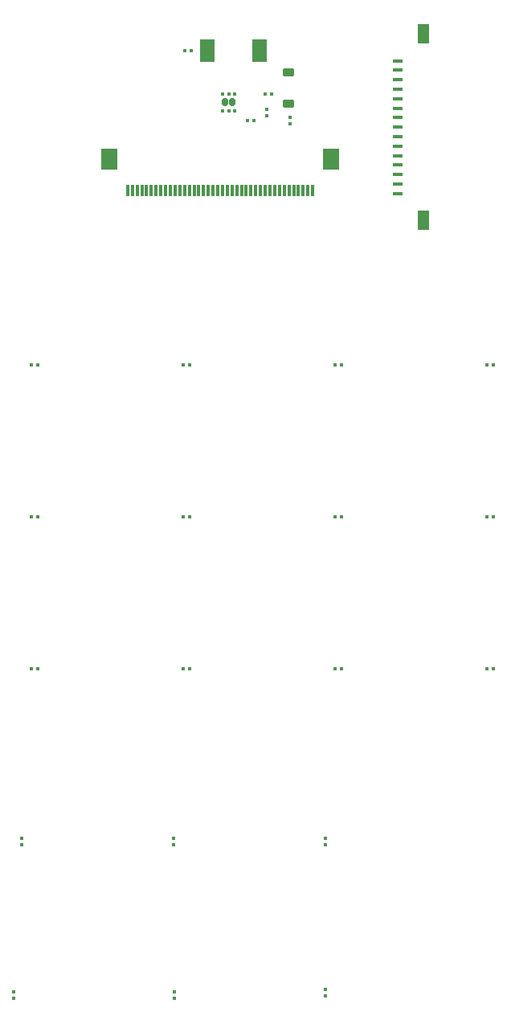
<source format=gtp>
G04 #@! TF.GenerationSoftware,KiCad,Pcbnew,9.0.3*
G04 #@! TF.CreationDate,2025-08-28T23:08:16-05:00*
G04 #@! TF.ProjectId,PiPhoneV0,50695068-6f6e-4655-9630-2e6b69636164,rev?*
G04 #@! TF.SameCoordinates,Original*
G04 #@! TF.FileFunction,Paste,Top*
G04 #@! TF.FilePolarity,Positive*
%FSLAX46Y46*%
G04 Gerber Fmt 4.6, Leading zero omitted, Abs format (unit mm)*
G04 Created by KiCad (PCBNEW 9.0.3) date 2025-08-28 23:08:16*
%MOMM*%
%LPD*%
G01*
G04 APERTURE LIST*
G04 Aperture macros list*
%AMRoundRect*
0 Rectangle with rounded corners*
0 $1 Rounding radius*
0 $2 $3 $4 $5 $6 $7 $8 $9 X,Y pos of 4 corners*
0 Add a 4 corners polygon primitive as box body*
4,1,4,$2,$3,$4,$5,$6,$7,$8,$9,$2,$3,0*
0 Add four circle primitives for the rounded corners*
1,1,$1+$1,$2,$3*
1,1,$1+$1,$4,$5*
1,1,$1+$1,$6,$7*
1,1,$1+$1,$8,$9*
0 Add four rect primitives between the rounded corners*
20,1,$1+$1,$2,$3,$4,$5,0*
20,1,$1+$1,$4,$5,$6,$7,0*
20,1,$1+$1,$6,$7,$8,$9,0*
20,1,$1+$1,$8,$9,$2,$3,0*%
G04 Aperture macros list end*
%ADD10RoundRect,0.079500X0.079500X0.100500X-0.079500X0.100500X-0.079500X-0.100500X0.079500X-0.100500X0*%
%ADD11RoundRect,0.079500X-0.079500X-0.100500X0.079500X-0.100500X0.079500X0.100500X-0.079500X0.100500X0*%
%ADD12R,1.000000X0.400000*%
%ADD13R,1.300000X2.000000*%
%ADD14RoundRect,0.079500X0.100500X-0.079500X0.100500X0.079500X-0.100500X0.079500X-0.100500X-0.079500X0*%
%ADD15R,0.300000X1.300000*%
%ADD16R,1.800000X2.200000*%
%ADD17RoundRect,0.160000X0.160000X-0.245000X0.160000X0.245000X-0.160000X0.245000X-0.160000X-0.245000X0*%
%ADD18RoundRect,0.093750X0.106250X-0.093750X0.106250X0.093750X-0.106250X0.093750X-0.106250X-0.093750X0*%
%ADD19RoundRect,0.225000X0.375000X-0.225000X0.375000X0.225000X-0.375000X0.225000X-0.375000X-0.225000X0*%
%ADD20R,1.500000X2.400000*%
%ADD21RoundRect,0.079500X-0.100500X0.079500X-0.100500X-0.079500X0.100500X-0.079500X0.100500X0.079500X0*%
G04 APERTURE END LIST*
D10*
X108779394Y-168720379D03*
X108089394Y-168720379D03*
D11*
X124255000Y-103600000D03*
X124945000Y-103600000D03*
D10*
X140779394Y-168720379D03*
X140089394Y-168720379D03*
D12*
X146680000Y-118700000D03*
X146680000Y-117700000D03*
X146680000Y-116700000D03*
X146680000Y-115700000D03*
X146680000Y-114700000D03*
X146680000Y-113700000D03*
X146680000Y-112700000D03*
X146680000Y-111700000D03*
X146680000Y-110700000D03*
X146680000Y-109700000D03*
X146680000Y-108700000D03*
X146680000Y-107700000D03*
X146680000Y-106700000D03*
X146680000Y-105700000D03*
X146680000Y-104700000D03*
D13*
X149380000Y-121500000D03*
X149380000Y-101900000D03*
D14*
X106255000Y-203445000D03*
X106255000Y-202755000D03*
D11*
X132755000Y-108200000D03*
X133445000Y-108200000D03*
D10*
X124779394Y-152720379D03*
X124089394Y-152720379D03*
D15*
X137750000Y-118350000D03*
X137250000Y-118350000D03*
X136750000Y-118350000D03*
X136250000Y-118350000D03*
X135750000Y-118350000D03*
X135250000Y-118350000D03*
X134750000Y-118350000D03*
X134250000Y-118350000D03*
X133750000Y-118350000D03*
X133250000Y-118350000D03*
X132750000Y-118350000D03*
X132250000Y-118350000D03*
X131750000Y-118350000D03*
X131250000Y-118350000D03*
X130750000Y-118350000D03*
X130250000Y-118350000D03*
X129750000Y-118350000D03*
X129250000Y-118350000D03*
X128750000Y-118350000D03*
X128250000Y-118350000D03*
X127750000Y-118350000D03*
X127250000Y-118350000D03*
X126750000Y-118350000D03*
X126250000Y-118350000D03*
X125750000Y-118350000D03*
X125250000Y-118350000D03*
X124750000Y-118350000D03*
X124250000Y-118350000D03*
X123750000Y-118350000D03*
X123250000Y-118350000D03*
X122750000Y-118350000D03*
X122250000Y-118350000D03*
X121750000Y-118350000D03*
X121250000Y-118350000D03*
X120750000Y-118350000D03*
X120250000Y-118350000D03*
X119750000Y-118350000D03*
X119250000Y-118350000D03*
X118750000Y-118350000D03*
X118250000Y-118350000D03*
D16*
X139650000Y-115100000D03*
X116350000Y-115100000D03*
D14*
X139100000Y-203245000D03*
X139100000Y-202555000D03*
D10*
X140779394Y-152720379D03*
X140089394Y-152720379D03*
X156779394Y-168720379D03*
X156089394Y-168720379D03*
X156779394Y-136720379D03*
X156089394Y-136720379D03*
D14*
X123055000Y-187325000D03*
X123055000Y-186635000D03*
D11*
X130855000Y-111000000D03*
X131545000Y-111000000D03*
D14*
X123155000Y-203445000D03*
X123155000Y-202755000D03*
D10*
X108779394Y-136720379D03*
X108089394Y-136720379D03*
D17*
X128500000Y-109100000D03*
X129300000Y-109100000D03*
D18*
X128250000Y-109987500D03*
X128900000Y-109987500D03*
X129550000Y-109987500D03*
X129550000Y-108212500D03*
X128900000Y-108212500D03*
X128250000Y-108212500D03*
D10*
X140779394Y-136720379D03*
X140089394Y-136720379D03*
D14*
X132900000Y-110525000D03*
X132900000Y-109835000D03*
D19*
X135200000Y-109250000D03*
X135200000Y-105950000D03*
D10*
X124779394Y-136720379D03*
X124089394Y-136720379D03*
X156779394Y-152720379D03*
X156089394Y-152720379D03*
D20*
X126650000Y-103600000D03*
X132150000Y-103600000D03*
D10*
X124779394Y-168720379D03*
X124089394Y-168720379D03*
D14*
X107100000Y-187325000D03*
X107100000Y-186635000D03*
X139100000Y-187325000D03*
X139100000Y-186635000D03*
D21*
X135400000Y-110675000D03*
X135400000Y-111365000D03*
D10*
X108779394Y-152720379D03*
X108089394Y-152720379D03*
M02*

</source>
